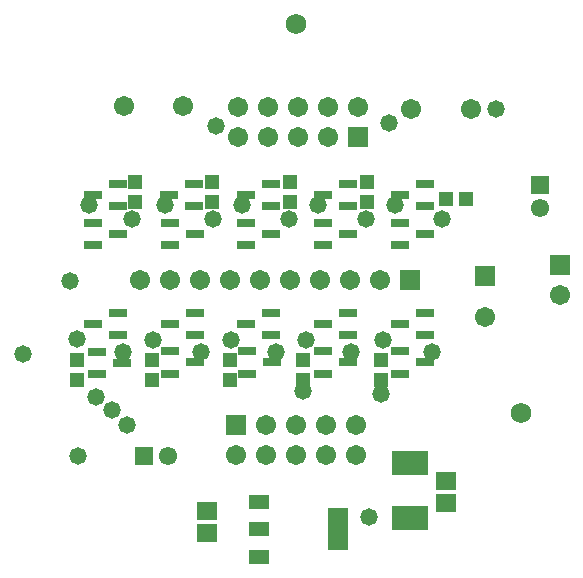
<source format=gts>
%FSDAX23Y23*%
%MOIN*%
%SFA1B1*%

%IPPOS*%
%ADD36R,0.067100X0.059200*%
%ADD37R,0.122200X0.080800*%
%ADD38R,0.059200X0.031600*%
%ADD39R,0.051300X0.047400*%
%ADD40R,0.047400X0.051300*%
%ADD41R,0.069000X0.051300*%
%ADD42R,0.069000X0.051300*%
%ADD43R,0.069000X0.143800*%
%ADD44C,0.067100*%
%ADD45R,0.067100X0.067100*%
%ADD46R,0.067100X0.067100*%
%ADD47C,0.061100*%
%ADD48R,0.061100X0.061100*%
%ADD49R,0.061100X0.061100*%
%ADD50C,0.068000*%
%ADD51C,0.058000*%
%LNdriver-1*%
%LPD*%
G54D36*
X03195Y02387D03*
Y02312D03*
X02400Y02287D03*
Y02212D03*
G54D37*
X03075Y02264D03*
Y02445D03*
G54D38*
X03043Y03247D03*
Y03172D03*
X03126Y03210D03*
Y02872D03*
Y02947D03*
X03043Y02910D03*
X03126Y03302D03*
Y03377D03*
X03043Y03340D03*
Y02818D03*
Y02743D03*
X03126Y02781D03*
X02786Y03247D03*
Y03172D03*
X02869Y03210D03*
Y02872D03*
Y02947D03*
X02786Y02910D03*
X02870Y03302D03*
Y03377D03*
X02787Y03340D03*
X02786Y02818D03*
Y02743D03*
X02869Y02781D03*
X02531Y03247D03*
Y03172D03*
X02614Y03210D03*
Y02872D03*
Y02947D03*
X02531Y02910D03*
X02613Y03301D03*
Y03376D03*
X02530Y03339D03*
X02532Y02818D03*
Y02743D03*
X02615Y02781D03*
X02276Y03247D03*
Y03172D03*
X02359Y03210D03*
Y02872D03*
Y02947D03*
X02276Y02910D03*
X02357Y03301D03*
Y03376D03*
X02274Y03339D03*
X02275Y02818D03*
Y02743D03*
X02358Y02781D03*
X02021Y03247D03*
Y03172D03*
X02104Y03210D03*
Y02872D03*
Y02947D03*
X02021Y02910D03*
X02102Y03301D03*
Y03376D03*
X02019Y03339D03*
X02033Y02817D03*
Y02742D03*
X02116Y02780D03*
G54D39*
X03196Y03325D03*
X03263D03*
G54D40*
X02980Y02788D03*
Y02721D03*
X02933Y03316D03*
Y03383D03*
X02720Y02788D03*
Y02721D03*
X02675Y03316D03*
Y03383D03*
X02475Y02788D03*
Y02721D03*
X02417Y03316D03*
Y03383D03*
X02215Y02788D03*
Y02721D03*
X02160Y03316D03*
Y03383D03*
X01966Y02789D03*
Y02722D03*
G54D41*
X02572Y02315D03*
G54D42*
X02572Y02225D03*
Y02134D03*
G54D43*
X02837Y02225D03*
G54D44*
X02897Y02471D03*
Y02571D03*
X02797Y02471D03*
Y02571D03*
X02697Y02471D03*
Y02571D03*
X02597Y02471D03*
Y02571D03*
X02497Y02471D03*
X02502Y03633D03*
Y03533D03*
X02602Y03633D03*
Y03533D03*
X02702Y03633D03*
Y03533D03*
X02802Y03633D03*
Y03533D03*
X02902Y03633D03*
X02975Y03055D03*
X02775D03*
X02675D03*
X02575D03*
X02475D03*
X02375D03*
X02275D03*
X02175D03*
X02875D03*
X03325Y02931D03*
X03081Y03625D03*
X03278D03*
X02124Y03637D03*
X02321D03*
X03575Y03005D03*
G54D45*
X02497Y02571D03*
X02902Y03533D03*
X03075Y03055D03*
G54D46*
X03325Y03068D03*
X03575Y03105D03*
G54D47*
X03510Y03295D03*
X02269Y02470D03*
G54D48*
X03510Y03374D03*
G54D49*
X02190Y02470D03*
G54D50*
X02695Y03910D03*
X03445Y02611D03*
G54D51*
X02084Y02621D03*
X02028Y02666D03*
X01943Y03052D03*
X02419Y03258D03*
X02673D03*
X03184D03*
X02005Y03306D03*
X02260D03*
X02516D03*
X02768D03*
X03025D03*
X02151Y03258D03*
X02478Y02857D03*
X02985D03*
X02120Y02815D03*
X02380D03*
X02630D03*
X02880D03*
X03150D03*
X02220Y02855D03*
X02730D03*
X02720Y02685D03*
X02980Y02677D03*
X03005Y03579D03*
X03363Y03625D03*
X02132Y02571D03*
X02940Y02265D03*
X01965Y02860D03*
X02430Y03570D03*
X02928Y03258D03*
X01785Y02810D03*
X01970Y02470D03*
M02*
</source>
